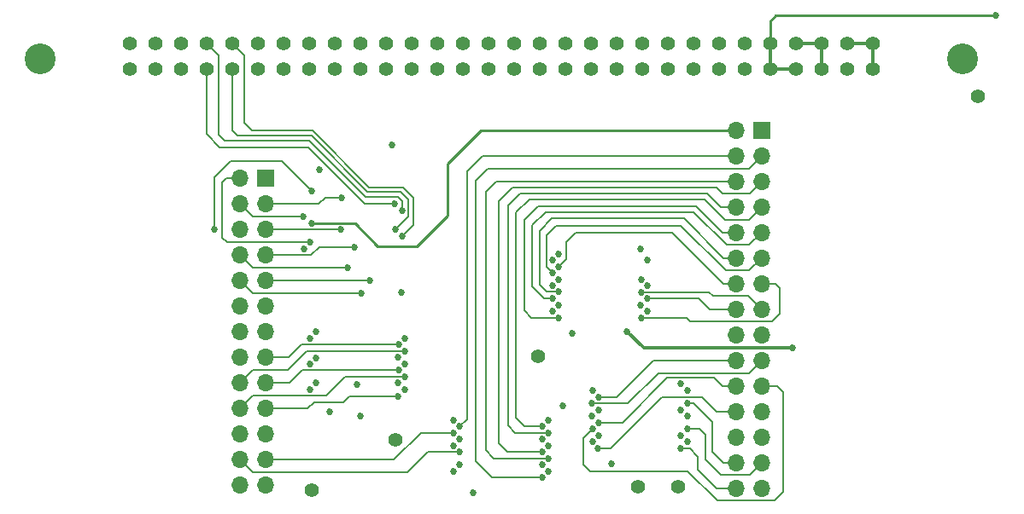
<source format=gbl>
G04 #@! TF.FileFunction,Copper,L4,Bot,Signal*
%FSLAX46Y46*%
G04 Gerber Fmt 4.6, Leading zero omitted, Abs format (unit mm)*
G04 Created by KiCad (PCBNEW 4.0.1-stable) date 2/9/2017 10:22:46 PM*
%MOMM*%
G01*
G04 APERTURE LIST*
%ADD10C,0.100000*%
%ADD11C,1.397000*%
%ADD12C,3.048000*%
%ADD13R,1.700000X1.700000*%
%ADD14O,1.700000X1.700000*%
%ADD15C,0.685800*%
%ADD16C,0.203200*%
%ADD17C,0.152400*%
%ADD18C,0.254000*%
%ADD19C,0.304800*%
G04 APERTURE END LIST*
D10*
D11*
X-36830000Y23704600D03*
X-36830000Y26244600D03*
X-34290000Y23704600D03*
X-34290000Y26244600D03*
X-31750000Y23704600D03*
X-31750000Y26244600D03*
X-29210000Y23704600D03*
X-29210000Y26244600D03*
X-26670000Y23704600D03*
X-26670000Y26244600D03*
X-24130000Y23704600D03*
X-24130000Y26244600D03*
X-21590000Y23704600D03*
X-21590000Y26244600D03*
X-19050000Y23704600D03*
X-19050000Y26244600D03*
X-16510000Y23704600D03*
X-16510000Y26244600D03*
X-13970000Y23704600D03*
X-13970000Y26244600D03*
X-11430000Y23704600D03*
X-11430000Y26244600D03*
X-8890000Y23704600D03*
X-8890000Y26244600D03*
X-6350000Y23704600D03*
X-6350000Y26244600D03*
X-3810000Y23704600D03*
X-3810000Y26244600D03*
X-1270000Y23704600D03*
X-1270000Y26244600D03*
X1270000Y23704600D03*
X1270000Y26244600D03*
X3810000Y23704600D03*
X3810000Y26244600D03*
X6350000Y23704600D03*
X6350000Y26244600D03*
X8890000Y23704600D03*
X8890000Y26244600D03*
X11430000Y23704600D03*
X11430000Y26244600D03*
X13970000Y23704600D03*
X13970000Y26244600D03*
X16510000Y23704600D03*
X16510000Y26244600D03*
X19050000Y23704600D03*
X19050000Y26244600D03*
X21590000Y23704600D03*
X21590000Y26244600D03*
X24130000Y23704600D03*
X24130000Y26244600D03*
X26670000Y23704600D03*
X26670000Y26244600D03*
X29210000Y23704600D03*
X29210000Y26244600D03*
X31750000Y23704600D03*
X31750000Y26244600D03*
X34290000Y23704600D03*
X34290000Y26244600D03*
X36830000Y23704600D03*
X36830000Y26244600D03*
D12*
X45720000Y24720600D03*
X-45720000Y24720600D03*
D13*
X25875000Y17600000D03*
D14*
X23335000Y17600000D03*
X25875000Y15060000D03*
X23335000Y15060000D03*
X25875000Y12520000D03*
X23335000Y12520000D03*
X25875000Y9980000D03*
X23335000Y9980000D03*
X25875000Y7440000D03*
X23335000Y7440000D03*
X25875000Y4900000D03*
X23335000Y4900000D03*
X25875000Y2360000D03*
X23335000Y2360000D03*
X25875000Y-180000D03*
X23335000Y-180000D03*
X25875000Y-2720000D03*
X23335000Y-2720000D03*
X25875000Y-5260000D03*
X23335000Y-5260000D03*
X25875000Y-7800000D03*
X23335000Y-7800000D03*
X25875000Y-10340000D03*
X23335000Y-10340000D03*
X25875000Y-12880000D03*
X23335000Y-12880000D03*
X25875000Y-15420000D03*
X23335000Y-15420000D03*
X25875000Y-17960000D03*
X23335000Y-17960000D03*
D13*
X-23325000Y12800000D03*
D14*
X-25865000Y12800000D03*
X-23325000Y10260000D03*
X-25865000Y10260000D03*
X-23325000Y7720000D03*
X-25865000Y7720000D03*
X-23325000Y5180000D03*
X-25865000Y5180000D03*
X-23325000Y2640000D03*
X-25865000Y2640000D03*
X-23325000Y100000D03*
X-25865000Y100000D03*
X-23325000Y-2440000D03*
X-25865000Y-2440000D03*
X-23325000Y-4980000D03*
X-25865000Y-4980000D03*
X-23325000Y-7520000D03*
X-25865000Y-7520000D03*
X-23325000Y-10060000D03*
X-25865000Y-10060000D03*
X-23325000Y-12600000D03*
X-25865000Y-12600000D03*
X-23325000Y-15140000D03*
X-25865000Y-15140000D03*
X-23325000Y-17680000D03*
X-25865000Y-17680000D03*
D11*
X13589000Y-17805400D03*
X17526000Y-17780000D03*
X-10490200Y-13131800D03*
X-18796000Y-18186400D03*
X3708400Y-4826000D03*
X47294800Y20929600D03*
D15*
X-18897600Y6451600D03*
X-18796000Y8356600D03*
X-19583400Y8991600D03*
X-15798800Y10896600D03*
X-18745200Y11531600D03*
X-28371800Y7721600D03*
X-15900400Y7721600D03*
X18455640Y-9540240D03*
X-13919200Y-10769600D03*
X17830800Y-7594600D03*
X13868400Y5791200D03*
X6121400Y-9753600D03*
X-9855200Y1473200D03*
X-10795000Y16103600D03*
X7051040Y-2575560D03*
X10993120Y-15549880D03*
X-2763520Y-18445480D03*
X-19502120Y5821680D03*
X-17002760Y-10358120D03*
X-15240000Y3911600D03*
X-14554200Y5994400D03*
X-13843000Y1397000D03*
X-13030200Y2641600D03*
X-10129520Y-3713480D03*
X-9540240Y-4348480D03*
X-10144760Y-6253480D03*
X-9540240Y-6888480D03*
X-10165080Y-8798560D03*
X-4104640Y-14330680D03*
X-4709160Y-12440920D03*
X-4069080Y-11800840D03*
X4074160Y-16885920D03*
X4699000Y-14975840D03*
X4094480Y-14340840D03*
X4699000Y-12435840D03*
X4109720Y-11800840D03*
X5694680Y-1010920D03*
X5120640Y899160D03*
X5709920Y1539240D03*
X5105400Y3429000D03*
X5745480Y4069080D03*
X13888720Y-1016000D03*
X14513560Y894080D03*
X13909040Y1529080D03*
X9687560Y-8905240D03*
X9047480Y-9545320D03*
X9652000Y-11435080D03*
X9062720Y-12075160D03*
X9636760Y-13985240D03*
X18455640Y-12080240D03*
X17830800Y-13990320D03*
X-10505440Y10261600D03*
X-9809480Y9621520D03*
X-10444480Y7721600D03*
X-9779000Y7086600D03*
X-18933160Y-8158480D03*
X-18338800Y-7518400D03*
X-18968720Y-5618480D03*
X-18343880Y-4988560D03*
X-18928080Y-3078480D03*
X-9540240Y-3083560D03*
X-10165080Y-4978400D03*
X-9519920Y-5618480D03*
X-10175240Y-7518400D03*
X-9530080Y-8158480D03*
X-4693920Y-16245840D03*
X-4099560Y-15605760D03*
X-4729480Y-13705840D03*
X-4104640Y-13075920D03*
X-4688840Y-11165840D03*
X4709160Y-16245840D03*
X4064000Y-15605760D03*
X4719320Y-13705840D03*
X4074160Y-13065760D03*
X4699000Y-11170920D03*
X5120640Y-375920D03*
X5715000Y264160D03*
X5085080Y2164080D03*
X5709920Y2794000D03*
X5125720Y4704080D03*
X14523720Y-375920D03*
X13878560Y264160D03*
X14533880Y2164080D03*
X13888720Y2804160D03*
X14513560Y4699000D03*
X9067800Y-8270240D03*
X9652000Y-10180320D03*
X9027160Y-10810240D03*
X9657080Y-12710160D03*
X9062720Y-13350240D03*
X18455640Y-8275320D03*
X17830800Y-10170160D03*
X18475960Y-10810240D03*
X17820640Y-12710160D03*
X18465800Y-13350240D03*
X49072800Y28981400D03*
X5740400Y5339080D03*
X-14310360Y-7691120D03*
X-18313400Y-2443480D03*
X-17957800Y13726160D03*
X12512040Y-2367280D03*
X28874720Y-3992880D03*
D16*
X-18897600Y6451600D02*
X-27178000Y6451600D01*
X-27255800Y12800000D02*
X-27635200Y12420600D01*
X-27635200Y12420600D02*
X-27635200Y6908800D01*
X-27635200Y6908800D02*
X-27178000Y6451600D01*
X-27255800Y12800000D02*
X-25865000Y12800000D01*
D17*
X-18897600Y6451600D02*
X-18846800Y6451600D01*
D18*
X23335000Y17600000D02*
X-1998640Y17600000D01*
X-14478000Y8356600D02*
X-18796000Y8356600D01*
X-12212320Y6090920D02*
X-14478000Y8356600D01*
X-8336280Y6090920D02*
X-12212320Y6090920D01*
X-5293360Y9133840D02*
X-8336280Y6090920D01*
X-5293360Y14305280D02*
X-5293360Y9133840D01*
X-1998640Y17600000D02*
X-5293360Y14305280D01*
D16*
X-24622000Y9017000D02*
X-19608800Y9017000D01*
X-25865000Y10260000D02*
X-24622000Y9017000D01*
X-19608800Y9017000D02*
X-19583400Y8991600D01*
X-23325000Y10260000D02*
X-18061000Y10260000D01*
X-17424400Y10896600D02*
X-15798800Y10896600D01*
X-18061000Y10260000D02*
X-17424400Y10896600D01*
X-21742400Y14528800D02*
X-18745200Y11531600D01*
X-26797000Y14528800D02*
X-21742400Y14528800D01*
X-28371800Y12954000D02*
X-26797000Y14528800D01*
X-28371800Y7721600D02*
X-28371800Y12954000D01*
X-23325000Y7720000D02*
X-15902000Y7720000D01*
X-15902000Y7720000D02*
X-15900400Y7721600D01*
X19110960Y-9540240D02*
X18455640Y-9540240D01*
X20970240Y-11399520D02*
X19110960Y-9540240D01*
X20970240Y-14376400D02*
X20970240Y-11399520D01*
X23335000Y-15420000D02*
X22013840Y-15420000D01*
X22013840Y-15420000D02*
X20970240Y-14376400D01*
D18*
X-10795000Y16103600D02*
X-10795000Y16078200D01*
D19*
X34290000Y26244600D02*
X36830000Y26244600D01*
X36830000Y26244600D02*
X36830000Y23704600D01*
D16*
X-15240000Y3911600D02*
X-24596600Y3911600D01*
X-24596600Y3911600D02*
X-25865000Y5180000D01*
X-23325000Y5180000D02*
X-18848400Y5180000D01*
X-18034000Y5994400D02*
X-14554200Y5994400D01*
X-18848400Y5180000D02*
X-18034000Y5994400D01*
X-13843000Y1397000D02*
X-24622000Y1397000D01*
X-24622000Y1397000D02*
X-25865000Y2640000D01*
X-23325000Y2640000D02*
X-13031800Y2640000D01*
X-13031800Y2640000D02*
X-13030200Y2641600D01*
D17*
X-23325000Y100000D02*
X-23174200Y-50800D01*
D16*
X-23325000Y-4980000D02*
X-21068360Y-4980000D01*
X-19801840Y-3713480D02*
X-10129520Y-3713480D01*
X-21068360Y-4980000D02*
X-19801840Y-3713480D01*
X-10129520Y-3713480D02*
X-10129520Y-3718560D01*
X-25865000Y-7520000D02*
X-24573080Y-6228080D01*
X-19278600Y-4348480D02*
X-9540240Y-4348480D01*
X-21158200Y-6228080D02*
X-19278600Y-4348480D01*
X-24573080Y-6228080D02*
X-21158200Y-6228080D01*
X-23325000Y-7520000D02*
X-20956600Y-7520000D01*
X-19690080Y-6253480D02*
X-10144760Y-6253480D01*
X-20956600Y-7520000D02*
X-19690080Y-6253480D01*
X-25865000Y-10060000D02*
X-24583240Y-8778240D01*
X-15468600Y-6888480D02*
X-9540240Y-6888480D01*
X-17358360Y-8778240D02*
X-15468600Y-6888480D01*
X-24583240Y-8778240D02*
X-17358360Y-8778240D01*
X-23325000Y-10060000D02*
X-19204000Y-10060000D01*
X-15016480Y-8798560D02*
X-10165080Y-8798560D01*
X-15605760Y-9387840D02*
X-15016480Y-8798560D01*
X-18531840Y-9387840D02*
X-15605760Y-9387840D01*
X-19204000Y-10060000D02*
X-18531840Y-9387840D01*
X-25865000Y-15140000D02*
X-24622000Y-16383000D01*
X-7208520Y-14330680D02*
X-4104640Y-14330680D01*
X-9260840Y-16383000D02*
X-7208520Y-14330680D01*
X-24622000Y-16383000D02*
X-9260840Y-16383000D01*
X-23325000Y-15140000D02*
X-10628960Y-15140000D01*
X-7929880Y-12440920D02*
X-4709160Y-12440920D01*
X-10628960Y-15140000D02*
X-7929880Y-12440920D01*
X-4709160Y-12440920D02*
X-4709160Y-12435840D01*
X23335000Y15060000D02*
X-1866560Y15060000D01*
X-3378200Y-11109960D02*
X-4069080Y-11800840D01*
X-3378200Y13548360D02*
X-3378200Y-11109960D01*
X-1866560Y15060000D02*
X-3378200Y13548360D01*
X-4069080Y-11800840D02*
X-4099560Y-11831320D01*
X25875000Y15060000D02*
X24612280Y13797280D01*
X-873760Y-16885920D02*
X4074160Y-16885920D01*
X-2504440Y-15255240D02*
X-873760Y-16885920D01*
X-2504440Y12578080D02*
X-2504440Y-15255240D01*
X-1285240Y13797280D02*
X-2504440Y12578080D01*
X24612280Y13797280D02*
X-1285240Y13797280D01*
X23335000Y12520000D02*
X-459400Y12520000D01*
X-711200Y-14975840D02*
X4699000Y-14975840D01*
X-1518920Y-14168120D02*
X-711200Y-14975840D01*
X-1518920Y11460480D02*
X-1518920Y-14168120D01*
X-459400Y12520000D02*
X-1518920Y11460480D01*
X25875000Y12520000D02*
X24642760Y11287760D01*
X-223520Y9479280D02*
X-223520Y-13477240D01*
X-223520Y-13477240D02*
X640080Y-14340840D01*
X640080Y-14340840D02*
X4094480Y-14340840D01*
X-223520Y10571480D02*
X-223520Y9479280D01*
X1117600Y11912600D02*
X-223520Y10571480D01*
X21381720Y11912600D02*
X1117600Y11912600D01*
X22006560Y11287760D02*
X21381720Y11912600D01*
X24642760Y11287760D02*
X22006560Y11287760D01*
X1940560Y11328400D02*
X711200Y10099040D01*
X711200Y-11755120D02*
X711200Y10099040D01*
X21815720Y9980000D02*
X20467320Y11328400D01*
X20467320Y11328400D02*
X1940560Y11328400D01*
X1391920Y-12435840D02*
X4699000Y-12435840D01*
X711200Y-11755120D02*
X1391920Y-12435840D01*
X21815720Y9980000D02*
X23335000Y9980000D01*
X2352040Y-11800840D02*
X1468120Y-10916920D01*
X24617360Y8722360D02*
X22245320Y8722360D01*
X22245320Y8722360D02*
X20208240Y10759440D01*
X25875000Y9980000D02*
X24617360Y8722360D01*
X2372360Y-11800840D02*
X4109720Y-11800840D01*
X2352040Y-11800840D02*
X2372360Y-11800840D01*
X2814320Y10759440D02*
X1468120Y9413240D01*
X20208240Y10759440D02*
X2814320Y10759440D01*
X1468120Y-10916920D02*
X1468120Y9413240D01*
X4109720Y-11800840D02*
X4109720Y-11805920D01*
X3703320Y10078720D02*
X2321560Y8696960D01*
X2321560Y8696960D02*
X2321560Y-304800D01*
X22003680Y7440000D02*
X19364960Y10078720D01*
X19364960Y10078720D02*
X3703320Y10078720D01*
X3027680Y-1010920D02*
X5694680Y-1010920D01*
X2321560Y-304800D02*
X3027680Y-1010920D01*
X22003680Y7440000D02*
X23335000Y7440000D01*
X3098800Y8173720D02*
X3098800Y2082800D01*
X24627520Y6192520D02*
X22367240Y6192520D01*
X22367240Y6192520D02*
X19075400Y9484360D01*
X19075400Y9484360D02*
X4409440Y9484360D01*
X4409440Y9484360D02*
X3098800Y8173720D01*
X4282440Y899160D02*
X5120640Y899160D01*
X3098800Y2082800D02*
X4282440Y899160D01*
X24627520Y6192520D02*
X25875000Y7440000D01*
X3820160Y7609840D02*
X3820160Y2245360D01*
X22064640Y4900000D02*
X18135600Y8829040D01*
X18135600Y8829040D02*
X5039360Y8829040D01*
X5039360Y8829040D02*
X3820160Y7609840D01*
X4526280Y1539240D02*
X5709920Y1539240D01*
X3820160Y2245360D02*
X4526280Y1539240D01*
X22064640Y4900000D02*
X23335000Y4900000D01*
X4516122Y7167882D02*
X4516122Y4018278D01*
X25875000Y4900000D02*
X24632600Y3657600D01*
X4516122Y4018278D02*
X5105400Y3429000D01*
X5461000Y8112760D02*
X4516122Y7167882D01*
X17810480Y8112760D02*
X5461000Y8112760D01*
X22265640Y3657600D02*
X17810480Y8112760D01*
X24632600Y3657600D02*
X22265640Y3657600D01*
X5105400Y3429000D02*
X5105400Y3434080D01*
X23335000Y2360000D02*
X22024000Y2360000D01*
X6482080Y4805680D02*
X5745480Y4069080D01*
X6482080Y6461760D02*
X6482080Y4805680D01*
X7416800Y7396480D02*
X6482080Y6461760D01*
X16987520Y7396480D02*
X7416800Y7396480D01*
X22024000Y2360000D02*
X16987520Y7396480D01*
X5745480Y4069080D02*
X5715000Y4038600D01*
X18384520Y-1016000D02*
X18790920Y-1422400D01*
X18384520Y-1016000D02*
X13888720Y-1016000D01*
X26857960Y-1422400D02*
X27660600Y-619760D01*
X18790920Y-1422400D02*
X26857960Y-1422400D01*
X25875000Y2360000D02*
X27180200Y2360000D01*
X27660600Y1879600D02*
X27660600Y-619760D01*
X27180200Y2360000D02*
X27660600Y1879600D01*
X23335000Y-180000D02*
X20682880Y-180000D01*
X19608800Y894080D02*
X14513560Y894080D01*
X20682880Y-180000D02*
X19608800Y894080D01*
X25875000Y-180000D02*
X24546920Y1148080D01*
X20634960Y1529080D02*
X13909040Y1529080D01*
X21015960Y1148080D02*
X20634960Y1529080D01*
X24546920Y1148080D02*
X21015960Y1148080D01*
X23335000Y-5260000D02*
X15100640Y-5260000D01*
X11455400Y-8905240D02*
X9687560Y-8905240D01*
X15100640Y-5260000D02*
X11455400Y-8905240D01*
X9687560Y-8905240D02*
X9657080Y-8935720D01*
X25875000Y-5260000D02*
X24617360Y-6517640D01*
X12578080Y-9545320D02*
X9047480Y-9545320D01*
X15605760Y-6517640D02*
X12578080Y-9545320D01*
X24617360Y-6517640D02*
X15605760Y-6517640D01*
X9047480Y-9545320D02*
X9047480Y-9540240D01*
X23335000Y-7800000D02*
X21973200Y-7800000D01*
X21973200Y-7800000D02*
X21153120Y-6979920D01*
X21153120Y-6979920D02*
X16474440Y-6979920D01*
X12019280Y-11435080D02*
X9652000Y-11435080D01*
X16474440Y-6979920D02*
X12019280Y-11435080D01*
X25875000Y-7800000D02*
X27347840Y-7800000D01*
X8173720Y-12964160D02*
X9062720Y-12075160D01*
X8173720Y-15600680D02*
X8173720Y-12964160D01*
X8829040Y-16256000D02*
X8173720Y-15600680D01*
X18470880Y-16256000D02*
X8829040Y-16256000D01*
X21417280Y-19202400D02*
X18470880Y-16256000D01*
X27142440Y-19202400D02*
X21417280Y-19202400D01*
X28000960Y-18343880D02*
X27142440Y-19202400D01*
X28000960Y-8453120D02*
X28000960Y-18343880D01*
X27347840Y-7800000D02*
X28000960Y-8453120D01*
X23335000Y-10340000D02*
X21343280Y-10340000D01*
X21343280Y-10340000D02*
X19903440Y-8900160D01*
X19903440Y-8900160D02*
X15986760Y-8900160D01*
X10901680Y-13985240D02*
X9636760Y-13985240D01*
X15986760Y-8900160D02*
X10901680Y-13985240D01*
X25875000Y-15420000D02*
X24637680Y-16657320D01*
X19669760Y-12080240D02*
X18455640Y-12080240D01*
X20253960Y-12664440D02*
X19669760Y-12080240D01*
X20253960Y-15123160D02*
X20253960Y-12664440D01*
X21788120Y-16657320D02*
X20253960Y-15123160D01*
X24637680Y-16657320D02*
X21788120Y-16657320D01*
X23335000Y-17960000D02*
X21363600Y-17960000D01*
X21363600Y-17960000D02*
X19552920Y-16149320D01*
X19552920Y-16149320D02*
X19552920Y-14808200D01*
X18735040Y-13990320D02*
X17830800Y-13990320D01*
X19552920Y-14808200D02*
X18735040Y-13990320D01*
D19*
X29210000Y26244600D02*
X31750000Y26244600D01*
X31750000Y26244600D02*
X31750000Y23704600D01*
D16*
X-29210000Y17251680D02*
X-29210000Y23704600D01*
X-27879040Y15920720D02*
X-29210000Y17251680D01*
X-19126200Y15920720D02*
X-27879040Y15920720D01*
X-13467080Y10261600D02*
X-19126200Y15920720D01*
X-10505440Y10261600D02*
X-13467080Y10261600D01*
X-28021280Y25055880D02*
X-29210000Y26244600D01*
X-28021280Y17160240D02*
X-28021280Y25055880D01*
X-27391360Y16530320D02*
X-28021280Y17160240D01*
X-18989040Y16530320D02*
X-27391360Y16530320D01*
X-13421360Y10962640D02*
X-18989040Y16530320D01*
X-10195560Y10962640D02*
X-13421360Y10962640D01*
X-9809480Y10576560D02*
X-10195560Y10962640D01*
X-9809480Y9621520D02*
X-9809480Y10576560D01*
X-26670000Y17602200D02*
X-26670000Y23704600D01*
X-26131520Y17063720D02*
X-26670000Y17602200D01*
X-18785840Y17063720D02*
X-26131520Y17063720D01*
X-13223240Y11501120D02*
X-18785840Y17063720D01*
X-9951720Y11501120D02*
X-13223240Y11501120D01*
X-9149080Y10698480D02*
X-9951720Y11501120D01*
X-9149080Y9017000D02*
X-9149080Y10698480D01*
X-10444480Y7721600D02*
X-9149080Y9017000D01*
X-25476200Y25050800D02*
X-26670000Y26244600D01*
X-25476200Y18343880D02*
X-25476200Y25050800D01*
X-24709120Y17576800D02*
X-25476200Y18343880D01*
X-18709640Y17576800D02*
X-24709120Y17576800D01*
X-13070840Y11938000D02*
X-18709640Y17576800D01*
X-9738360Y11938000D02*
X-13070840Y11938000D01*
X-8661400Y10861040D02*
X-9738360Y11938000D01*
X-8661400Y8204200D02*
X-8661400Y10861040D01*
X-9779000Y7086600D02*
X-8661400Y8204200D01*
X-10175240Y-7518400D02*
X-10175240Y-7523480D01*
X4064000Y-15605760D02*
X4064000Y-15610840D01*
X13878560Y264160D02*
X13878560Y259080D01*
X17820640Y-12710160D02*
X17820640Y-12715240D01*
D18*
X26670000Y28422600D02*
X26670000Y26244600D01*
X27228800Y28981400D02*
X26670000Y28422600D01*
X49072800Y28981400D02*
X27228800Y28981400D01*
D19*
X26670000Y26244600D02*
X26670000Y23704600D01*
X26670000Y23704600D02*
X29210000Y23704600D01*
X12512040Y-2367280D02*
X14137640Y-3992880D01*
X14137640Y-3992880D02*
X28874720Y-3992880D01*
M02*

</source>
